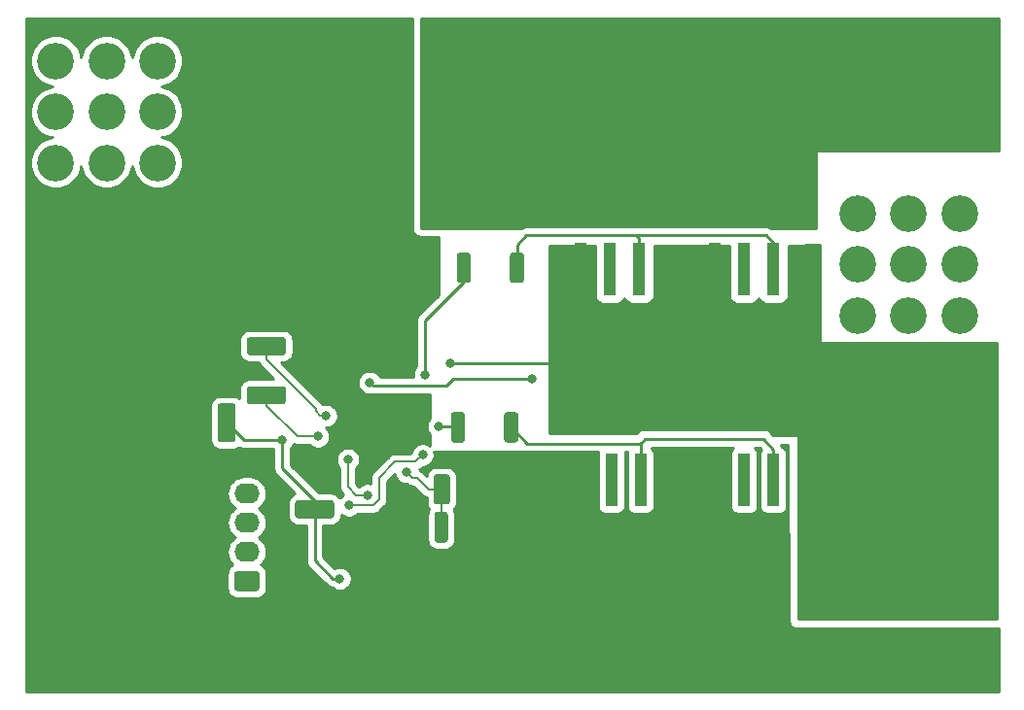
<source format=gbl>
G04 #@! TF.GenerationSoftware,KiCad,Pcbnew,(5.1.10)-1*
G04 #@! TF.CreationDate,2021-06-12T15:14:09-04:00*
G04 #@! TF.ProjectId,Motor Controller 2020,4d6f746f-7220-4436-9f6e-74726f6c6c65,rev?*
G04 #@! TF.SameCoordinates,Original*
G04 #@! TF.FileFunction,Copper,L2,Bot*
G04 #@! TF.FilePolarity,Positive*
%FSLAX46Y46*%
G04 Gerber Fmt 4.6, Leading zero omitted, Abs format (unit mm)*
G04 Created by KiCad (PCBNEW (5.1.10)-1) date 2021-06-12 15:14:09*
%MOMM*%
%LPD*%
G01*
G04 APERTURE LIST*
G04 #@! TA.AperFunction,ComponentPad*
%ADD10C,3.200000*%
G04 #@! TD*
G04 #@! TA.AperFunction,ComponentPad*
%ADD11O,2.190000X1.740000*%
G04 #@! TD*
G04 #@! TA.AperFunction,SMDPad,CuDef*
%ADD12R,10.800000X9.400000*%
G04 #@! TD*
G04 #@! TA.AperFunction,SMDPad,CuDef*
%ADD13R,1.100000X4.600000*%
G04 #@! TD*
G04 #@! TA.AperFunction,ComponentPad*
%ADD14C,0.500000*%
G04 #@! TD*
G04 #@! TA.AperFunction,SMDPad,CuDef*
%ADD15R,2.600000X2.600000*%
G04 #@! TD*
G04 #@! TA.AperFunction,SMDPad,CuDef*
%ADD16R,1.700000X1.700000*%
G04 #@! TD*
G04 #@! TA.AperFunction,ViaPad*
%ADD17C,0.800000*%
G04 #@! TD*
G04 #@! TA.AperFunction,Conductor*
%ADD18C,0.250000*%
G04 #@! TD*
G04 #@! TA.AperFunction,Conductor*
%ADD19C,0.200000*%
G04 #@! TD*
G04 #@! TA.AperFunction,Conductor*
%ADD20C,0.254000*%
G04 #@! TD*
G04 #@! TA.AperFunction,Conductor*
%ADD21C,0.150000*%
G04 #@! TD*
G04 APERTURE END LIST*
D10*
X166200000Y-65000000D03*
X166200000Y-69435000D03*
X170635000Y-65000000D03*
X166200000Y-60565000D03*
X161765000Y-65000000D03*
X161765000Y-69435000D03*
X161765000Y-60565000D03*
X170635000Y-60565000D03*
X170635000Y-69435000D03*
G04 #@! TA.AperFunction,SMDPad,CuDef*
G36*
G01*
X132225000Y-78124999D02*
X132225000Y-80275001D01*
G75*
G02*
X131975001Y-80525000I-249999J0D01*
G01*
X131249999Y-80525000D01*
G75*
G02*
X131000000Y-80275001I0J249999D01*
G01*
X131000000Y-78124999D01*
G75*
G02*
X131249999Y-77875000I249999J0D01*
G01*
X131975001Y-77875000D01*
G75*
G02*
X132225000Y-78124999I0J-249999D01*
G01*
G37*
G04 #@! TD.AperFunction*
G04 #@! TA.AperFunction,SMDPad,CuDef*
G36*
G01*
X127600000Y-78124999D02*
X127600000Y-80275001D01*
G75*
G02*
X127350001Y-80525000I-249999J0D01*
G01*
X126624999Y-80525000D01*
G75*
G02*
X126375000Y-80275001I0J249999D01*
G01*
X126375000Y-78124999D01*
G75*
G02*
X126624999Y-77875000I249999J0D01*
G01*
X127350001Y-77875000D01*
G75*
G02*
X127600000Y-78124999I0J-249999D01*
G01*
G37*
G04 #@! TD.AperFunction*
G04 #@! TA.AperFunction,ComponentPad*
G36*
G01*
X109445001Y-93470000D02*
X107754999Y-93470000D01*
G75*
G02*
X107505000Y-93220001I0J249999D01*
G01*
X107505000Y-91979999D01*
G75*
G02*
X107754999Y-91730000I249999J0D01*
G01*
X109445001Y-91730000D01*
G75*
G02*
X109695000Y-91979999I0J-249999D01*
G01*
X109695000Y-93220001D01*
G75*
G02*
X109445001Y-93470000I-249999J0D01*
G01*
G37*
G04 #@! TD.AperFunction*
D11*
X108600000Y-90060000D03*
X108600000Y-87520000D03*
X108600000Y-84980000D03*
X108600000Y-82440000D03*
G04 #@! TA.AperFunction,SMDPad,CuDef*
G36*
G01*
X107625000Y-77349998D02*
X107625000Y-80250002D01*
G75*
G02*
X107375002Y-80500000I-249998J0D01*
G01*
X106299998Y-80500000D01*
G75*
G02*
X106050000Y-80250002I0J249998D01*
G01*
X106050000Y-77349998D01*
G75*
G02*
X106299998Y-77100000I249998J0D01*
G01*
X107375002Y-77100000D01*
G75*
G02*
X107625000Y-77349998I0J-249998D01*
G01*
G37*
G04 #@! TD.AperFunction*
G04 #@! TA.AperFunction,SMDPad,CuDef*
G36*
G01*
X103350000Y-77349998D02*
X103350000Y-80250002D01*
G75*
G02*
X103100002Y-80500000I-249998J0D01*
G01*
X102024998Y-80500000D01*
G75*
G02*
X101775000Y-80250002I0J249998D01*
G01*
X101775000Y-77349998D01*
G75*
G02*
X102024998Y-77100000I249998J0D01*
G01*
X103100002Y-77100000D01*
G75*
G02*
X103350000Y-77349998I0J-249998D01*
G01*
G37*
G04 #@! TD.AperFunction*
G04 #@! TA.AperFunction,SMDPad,CuDef*
G36*
G01*
X113049998Y-81275000D02*
X115950002Y-81275000D01*
G75*
G02*
X116200000Y-81524998I0J-249998D01*
G01*
X116200000Y-82600002D01*
G75*
G02*
X115950002Y-82850000I-249998J0D01*
G01*
X113049998Y-82850000D01*
G75*
G02*
X112800000Y-82600002I0J249998D01*
G01*
X112800000Y-81524998D01*
G75*
G02*
X113049998Y-81275000I249998J0D01*
G01*
G37*
G04 #@! TD.AperFunction*
G04 #@! TA.AperFunction,SMDPad,CuDef*
G36*
G01*
X113049998Y-85550000D02*
X115950002Y-85550000D01*
G75*
G02*
X116200000Y-85799998I0J-249998D01*
G01*
X116200000Y-86875002D01*
G75*
G02*
X115950002Y-87125000I-249998J0D01*
G01*
X113049998Y-87125000D01*
G75*
G02*
X112800000Y-86875002I0J249998D01*
G01*
X112800000Y-85799998D01*
G75*
G02*
X113049998Y-85550000I249998J0D01*
G01*
G37*
G04 #@! TD.AperFunction*
D10*
X100828000Y-56135000D03*
X100828000Y-47265000D03*
X91958000Y-47265000D03*
X91958000Y-56135000D03*
X91958000Y-51700000D03*
X96393000Y-47265000D03*
X100828000Y-51700000D03*
X96393000Y-56135000D03*
X96393000Y-51700000D03*
X96400000Y-94100000D03*
X96400000Y-98535000D03*
X100835000Y-94100000D03*
X96400000Y-89665000D03*
X91965000Y-94100000D03*
X91965000Y-98535000D03*
X91965000Y-89665000D03*
X100835000Y-89665000D03*
X100835000Y-98535000D03*
X170635000Y-92135000D03*
X170635000Y-83265000D03*
X161765000Y-83265000D03*
X161765000Y-92135000D03*
X161765000Y-87700000D03*
X166200000Y-83265000D03*
X170635000Y-87700000D03*
X166200000Y-92135000D03*
X166200000Y-87700000D03*
D12*
X151892000Y-74653000D03*
D13*
X149352000Y-83803000D03*
X151892000Y-83803000D03*
X154432000Y-83803000D03*
X142748000Y-65376000D03*
X140208000Y-65376000D03*
X137668000Y-65376000D03*
D12*
X140208000Y-56226000D03*
D13*
X142875000Y-83791000D03*
X140335000Y-83791000D03*
X137795000Y-83791000D03*
D12*
X140335000Y-74641000D03*
D13*
X154432000Y-65376000D03*
X151892000Y-65376000D03*
X149352000Y-65376000D03*
D12*
X151892000Y-56226000D03*
G04 #@! TA.AperFunction,SMDPad,CuDef*
G36*
G01*
X152950000Y-91674999D02*
X152950000Y-94525001D01*
G75*
G02*
X152700001Y-94775000I-249999J0D01*
G01*
X151974999Y-94775000D01*
G75*
G02*
X151725000Y-94525001I0J249999D01*
G01*
X151725000Y-91674999D01*
G75*
G02*
X151974999Y-91425000I249999J0D01*
G01*
X152700001Y-91425000D01*
G75*
G02*
X152950000Y-91674999I0J-249999D01*
G01*
G37*
G04 #@! TD.AperFunction*
G04 #@! TA.AperFunction,SMDPad,CuDef*
G36*
G01*
X158875000Y-91674999D02*
X158875000Y-94525001D01*
G75*
G02*
X158625001Y-94775000I-249999J0D01*
G01*
X157899999Y-94775000D01*
G75*
G02*
X157650000Y-94525001I0J249999D01*
G01*
X157650000Y-91674999D01*
G75*
G02*
X157899999Y-91425000I249999J0D01*
G01*
X158625001Y-91425000D01*
G75*
G02*
X158875000Y-91674999I0J-249999D01*
G01*
G37*
G04 #@! TD.AperFunction*
G04 #@! TA.AperFunction,SMDPad,CuDef*
G36*
G01*
X128100000Y-64224999D02*
X128100000Y-66375001D01*
G75*
G02*
X127850001Y-66625000I-249999J0D01*
G01*
X127124999Y-66625000D01*
G75*
G02*
X126875000Y-66375001I0J249999D01*
G01*
X126875000Y-64224999D01*
G75*
G02*
X127124999Y-63975000I249999J0D01*
G01*
X127850001Y-63975000D01*
G75*
G02*
X128100000Y-64224999I0J-249999D01*
G01*
G37*
G04 #@! TD.AperFunction*
G04 #@! TA.AperFunction,SMDPad,CuDef*
G36*
G01*
X132725000Y-64224999D02*
X132725000Y-66375001D01*
G75*
G02*
X132475001Y-66625000I-249999J0D01*
G01*
X131749999Y-66625000D01*
G75*
G02*
X131500000Y-66375001I0J249999D01*
G01*
X131500000Y-64224999D01*
G75*
G02*
X131749999Y-63975000I249999J0D01*
G01*
X132475001Y-63975000D01*
G75*
G02*
X132725000Y-64224999I0J-249999D01*
G01*
G37*
G04 #@! TD.AperFunction*
G04 #@! TA.AperFunction,SMDPad,CuDef*
G36*
G01*
X111750002Y-77187500D02*
X108849998Y-77187500D01*
G75*
G02*
X108600000Y-76937502I0J249998D01*
G01*
X108600000Y-75862498D01*
G75*
G02*
X108849998Y-75612500I249998J0D01*
G01*
X111750002Y-75612500D01*
G75*
G02*
X112000000Y-75862498I0J-249998D01*
G01*
X112000000Y-76937502D01*
G75*
G02*
X111750002Y-77187500I-249998J0D01*
G01*
G37*
G04 #@! TD.AperFunction*
G04 #@! TA.AperFunction,SMDPad,CuDef*
G36*
G01*
X111750002Y-72912500D02*
X108849998Y-72912500D01*
G75*
G02*
X108600000Y-72662502I0J249998D01*
G01*
X108600000Y-71587498D01*
G75*
G02*
X108849998Y-71337500I249998J0D01*
G01*
X111750002Y-71337500D01*
G75*
G02*
X112000000Y-71587498I0J-249998D01*
G01*
X112000000Y-72662502D01*
G75*
G02*
X111750002Y-72912500I-249998J0D01*
G01*
G37*
G04 #@! TD.AperFunction*
D14*
X121250000Y-80650000D03*
X119150000Y-80650000D03*
X121250000Y-78550000D03*
X119150000Y-78550000D03*
D15*
X120200000Y-79600000D03*
D14*
X117821000Y-89500000D03*
X116621000Y-89500000D03*
X117821000Y-88300000D03*
X116621000Y-88300000D03*
D16*
X117221000Y-88900000D03*
G04 #@! TA.AperFunction,SMDPad,CuDef*
G36*
G01*
X124950000Y-89000001D02*
X124950000Y-86799999D01*
G75*
G02*
X125199999Y-86550000I249999J0D01*
G01*
X125850001Y-86550000D01*
G75*
G02*
X126100000Y-86799999I0J-249999D01*
G01*
X126100000Y-89000001D01*
G75*
G02*
X125850001Y-89250000I-249999J0D01*
G01*
X125199999Y-89250000D01*
G75*
G02*
X124950000Y-89000001I0J249999D01*
G01*
G37*
G04 #@! TD.AperFunction*
G04 #@! TA.AperFunction,SMDPad,CuDef*
G36*
G01*
X127900000Y-89000001D02*
X127900000Y-86799999D01*
G75*
G02*
X128149999Y-86550000I249999J0D01*
G01*
X128800001Y-86550000D01*
G75*
G02*
X129050000Y-86799999I0J-249999D01*
G01*
X129050000Y-89000001D01*
G75*
G02*
X128800001Y-89250000I-249999J0D01*
G01*
X128149999Y-89250000D01*
G75*
G02*
X127900000Y-89000001I0J249999D01*
G01*
G37*
G04 #@! TD.AperFunction*
G04 #@! TA.AperFunction,SMDPad,CuDef*
G36*
G01*
X131075001Y-83530000D02*
X131075001Y-85680002D01*
G75*
G02*
X130825002Y-85930001I-249999J0D01*
G01*
X129925000Y-85930001D01*
G75*
G02*
X129675001Y-85680002I0J249999D01*
G01*
X129675001Y-83530000D01*
G75*
G02*
X129925000Y-83280001I249999J0D01*
G01*
X130825002Y-83280001D01*
G75*
G02*
X131075001Y-83530000I0J-249999D01*
G01*
G37*
G04 #@! TD.AperFunction*
G04 #@! TA.AperFunction,SMDPad,CuDef*
G36*
G01*
X126275001Y-83530000D02*
X126275001Y-85680002D01*
G75*
G02*
X126025002Y-85930001I-249999J0D01*
G01*
X125125000Y-85930001D01*
G75*
G02*
X124875001Y-85680002I0J249999D01*
G01*
X124875001Y-83530000D01*
G75*
G02*
X125125000Y-83280001I249999J0D01*
G01*
X126025002Y-83280001D01*
G75*
G02*
X126275001Y-83530000I0J-249999D01*
G01*
G37*
G04 #@! TD.AperFunction*
D17*
X91059000Y-77470000D03*
X92329000Y-77470000D03*
X93599000Y-77470000D03*
X94869000Y-77470000D03*
X96139000Y-77470000D03*
X97409000Y-77470000D03*
X98679000Y-77470000D03*
X99949000Y-77470000D03*
X91059000Y-78740000D03*
X92329000Y-78740000D03*
X93599000Y-78740000D03*
X94869000Y-78740000D03*
X96139000Y-78740000D03*
X97409000Y-78740000D03*
X98679000Y-78740000D03*
X99949000Y-78740000D03*
X91059000Y-80010000D03*
X92329000Y-80010000D03*
X93599000Y-80010000D03*
X94869000Y-80010000D03*
X96139000Y-80010000D03*
X97409000Y-80010000D03*
X98679000Y-80010000D03*
X99949000Y-80010000D03*
X91059000Y-81280000D03*
X92329000Y-81280000D03*
X93599000Y-81280000D03*
X94869000Y-81280000D03*
X96139000Y-81280000D03*
X97409000Y-81280000D03*
X98679000Y-81280000D03*
X99949000Y-81280000D03*
X91059000Y-82550000D03*
X92329000Y-82550000D03*
X93599000Y-82550000D03*
X94869000Y-82550000D03*
X96139000Y-82550000D03*
X97409000Y-82550000D03*
X98679000Y-82550000D03*
X99949000Y-82550000D03*
X91059000Y-83820000D03*
X92329000Y-83820000D03*
X93599000Y-83820000D03*
X94869000Y-83820000D03*
X96139000Y-83820000D03*
X97409000Y-83820000D03*
X98679000Y-83820000D03*
X99949000Y-83820000D03*
X91059000Y-85090000D03*
X92329000Y-85090000D03*
X93599000Y-85090000D03*
X94869000Y-85090000D03*
X96139000Y-85090000D03*
X97409000Y-85090000D03*
X98679000Y-85090000D03*
X99949000Y-85090000D03*
X91059000Y-86360000D03*
X92329000Y-86360000D03*
X93599000Y-86360000D03*
X94869000Y-86360000D03*
X96139000Y-86360000D03*
X97409000Y-86360000D03*
X98679000Y-86360000D03*
X99949000Y-86360000D03*
X124560000Y-51335000D03*
X125830000Y-51335000D03*
X127100000Y-51335000D03*
X128370000Y-51335000D03*
X129640000Y-51335000D03*
X130910000Y-51335000D03*
X132180000Y-51335000D03*
X133450000Y-51335000D03*
X124560000Y-52605000D03*
X125830000Y-52605000D03*
X127100000Y-52605000D03*
X128370000Y-52605000D03*
X129640000Y-52605000D03*
X130910000Y-52605000D03*
X132180000Y-52605000D03*
X133450000Y-52605000D03*
X124560000Y-53875000D03*
X125830000Y-53875000D03*
X127100000Y-53875000D03*
X128370000Y-53875000D03*
X129640000Y-53875000D03*
X130910000Y-53875000D03*
X132180000Y-53875000D03*
X133450000Y-53875000D03*
X124560000Y-55145000D03*
X125830000Y-55145000D03*
X127100000Y-55145000D03*
X128370000Y-55145000D03*
X129640000Y-55145000D03*
X130910000Y-55145000D03*
X132180000Y-55145000D03*
X133450000Y-55145000D03*
X124560000Y-56415000D03*
X125830000Y-56415000D03*
X127100000Y-56415000D03*
X128370000Y-56415000D03*
X129640000Y-56415000D03*
X130910000Y-56415000D03*
X132180000Y-56415000D03*
X124560000Y-57685000D03*
X125830000Y-57685000D03*
X127100000Y-57685000D03*
X128370000Y-57685000D03*
X129640000Y-57685000D03*
X130910000Y-57685000D03*
X132180000Y-57685000D03*
X133450000Y-57685000D03*
X124560000Y-58955000D03*
X125830000Y-58955000D03*
X127100000Y-58955000D03*
X128370000Y-58955000D03*
X129640000Y-58955000D03*
X130910000Y-58955000D03*
X132180000Y-58955000D03*
X133450000Y-58955000D03*
X124560000Y-60225000D03*
X125830000Y-60225000D03*
X127100000Y-60225000D03*
X128370000Y-60225000D03*
X129640000Y-60225000D03*
X130910000Y-60225000D03*
X132180000Y-60225000D03*
X133450000Y-60225000D03*
X133450000Y-56415000D03*
X116700000Y-92400000D03*
X111700000Y-80300000D03*
X133400000Y-75000000D03*
X119300000Y-75300000D03*
X126300000Y-73600000D03*
X124100000Y-74600000D03*
X125300000Y-79100000D03*
X114800000Y-80000000D03*
X115500000Y-78200000D03*
X119100000Y-85100000D03*
X117400000Y-82000000D03*
X123900000Y-81600000D03*
X117500000Y-86000000D03*
X122500000Y-83100000D03*
D18*
X108337500Y-80300000D02*
X106837500Y-78800000D01*
X111700000Y-80300000D02*
X108337500Y-80300000D01*
X111700000Y-80300000D02*
X111700000Y-82800000D01*
X114500000Y-85600000D02*
X114500000Y-86337500D01*
X111700000Y-82800000D02*
X114500000Y-85600000D01*
X114500000Y-86337500D02*
X114500000Y-90800000D01*
X116100000Y-92400000D02*
X116700000Y-92400000D01*
X114500000Y-90800000D02*
X116100000Y-92400000D01*
X119300000Y-75300000D02*
X119600000Y-75600000D01*
X119600000Y-75600000D02*
X126000000Y-75600000D01*
X126600000Y-75000000D02*
X129200000Y-75000000D01*
X126000000Y-75600000D02*
X126600000Y-75000000D01*
X129200000Y-75000000D02*
X129100000Y-75000000D01*
X133400000Y-75000000D02*
X129200000Y-75000000D01*
X138476000Y-76500000D02*
X140335000Y-74641000D01*
X139294000Y-73600000D02*
X140335000Y-74641000D01*
X126300000Y-73600000D02*
X139294000Y-73600000D01*
X127487500Y-66512500D02*
X127487500Y-65300000D01*
X124100000Y-69900000D02*
X127487500Y-66512500D01*
X124100000Y-74600000D02*
X124100000Y-69900000D01*
X126887500Y-79100000D02*
X126987500Y-79200000D01*
X125300000Y-79100000D02*
X126887500Y-79100000D01*
X154559000Y-83930000D02*
X154432000Y-83803000D01*
X154432000Y-81118000D02*
X154432000Y-83803000D01*
X153543000Y-80229000D02*
X154432000Y-81118000D01*
X143256000Y-80229000D02*
X153543000Y-80229000D01*
X142875000Y-80610000D02*
X143256000Y-80229000D01*
X142875000Y-80775000D02*
X142875000Y-80575000D01*
X142875000Y-83791000D02*
X142875000Y-80775000D01*
X142875000Y-80775000D02*
X142875000Y-80610000D01*
X142875000Y-80575000D02*
X142850000Y-80600000D01*
X133012500Y-80600000D02*
X131612500Y-79200000D01*
X142850000Y-80600000D02*
X133012500Y-80600000D01*
X153797000Y-62449000D02*
X154432000Y-63084000D01*
X154432000Y-63084000D02*
X154432000Y-65376000D01*
X142748000Y-62703000D02*
X142494000Y-62449000D01*
X142748000Y-65376000D02*
X142748000Y-62703000D01*
X132112500Y-65300000D02*
X132112500Y-63287500D01*
X132112500Y-63287500D02*
X132951000Y-62449000D01*
X132951000Y-62449000D02*
X142751000Y-62449000D01*
X142751000Y-62449000D02*
X153797000Y-62449000D01*
X142494000Y-62449000D02*
X142751000Y-62449000D01*
D19*
X110300000Y-77300000D02*
X110300000Y-76400000D01*
X113000000Y-80000000D02*
X110300000Y-77300000D01*
X114800000Y-80000000D02*
X113000000Y-80000000D01*
X110300000Y-73300000D02*
X110300000Y-72125000D01*
X114600000Y-77600000D02*
X110300000Y-73300000D01*
X115500000Y-78200000D02*
X115000000Y-78200000D01*
X114600000Y-77800000D02*
X114600000Y-77600000D01*
X115000000Y-78200000D02*
X114600000Y-77800000D01*
X119100000Y-85100000D02*
X118100000Y-85100000D01*
X117400000Y-84400000D02*
X117400000Y-82000000D01*
X118100000Y-85100000D02*
X117400000Y-84400000D01*
D18*
X124000000Y-81700000D02*
X123900000Y-81600000D01*
D19*
X119600000Y-86000000D02*
X120100000Y-85500000D01*
X120100000Y-85500000D02*
X120100000Y-83600000D01*
X120100000Y-83600000D02*
X121500000Y-82200000D01*
X121500000Y-82200000D02*
X123300000Y-82200000D01*
X123300000Y-82200000D02*
X123900000Y-81600000D01*
X117500000Y-86000000D02*
X118200000Y-86000000D01*
X118200000Y-86000000D02*
X119600000Y-86000000D01*
X118100000Y-86000000D02*
X118200000Y-86000000D01*
X125400000Y-84780002D02*
X125575001Y-84605001D01*
X125525000Y-84655002D02*
X125575001Y-84605001D01*
X125525000Y-87900000D02*
X125525000Y-84655002D01*
X125575001Y-84605001D02*
X124405001Y-84605001D01*
X124405001Y-84605001D02*
X123400000Y-83600000D01*
X123000000Y-83600000D02*
X122500000Y-83100000D01*
X123400000Y-83600000D02*
X123000000Y-83600000D01*
D20*
X158473000Y-71700000D02*
X158475440Y-71724776D01*
X158482667Y-71748601D01*
X158494403Y-71770557D01*
X158510197Y-71789803D01*
X158529443Y-71805597D01*
X158551399Y-71817333D01*
X158575224Y-71824560D01*
X158600000Y-71827000D01*
X173913001Y-71827000D01*
X173913000Y-95873000D01*
X156650620Y-95873000D01*
X156602999Y-79974620D01*
X156600485Y-79949851D01*
X156593187Y-79926048D01*
X156581385Y-79904127D01*
X156565533Y-79884929D01*
X156546241Y-79869192D01*
X156524249Y-79857522D01*
X156500403Y-79850367D01*
X156476000Y-79848000D01*
X154416408Y-79848000D01*
X154201013Y-79632605D01*
X154173238Y-79598762D01*
X154038175Y-79487919D01*
X153884082Y-79405554D01*
X153716882Y-79354835D01*
X153586567Y-79342000D01*
X153543000Y-79337709D01*
X153499433Y-79342000D01*
X143299556Y-79342000D01*
X143255999Y-79337710D01*
X143212442Y-79342000D01*
X143212433Y-79342000D01*
X143082118Y-79354835D01*
X142914918Y-79405554D01*
X142760825Y-79487919D01*
X142625762Y-79598762D01*
X142597983Y-79632611D01*
X142517594Y-79713000D01*
X134927000Y-79713000D01*
X134927000Y-63337941D01*
X138892314Y-63336108D01*
X138892314Y-67676000D01*
X138907026Y-67825378D01*
X138950598Y-67969015D01*
X139021355Y-68101392D01*
X139116578Y-68217422D01*
X139232608Y-68312645D01*
X139364985Y-68383402D01*
X139508622Y-68426974D01*
X139658000Y-68441686D01*
X140758000Y-68441686D01*
X140907378Y-68426974D01*
X141051015Y-68383402D01*
X141183392Y-68312645D01*
X141299422Y-68217422D01*
X141394645Y-68101392D01*
X141465402Y-67969015D01*
X141478000Y-67927485D01*
X141490598Y-67969015D01*
X141561355Y-68101392D01*
X141656578Y-68217422D01*
X141772608Y-68312645D01*
X141904985Y-68383402D01*
X142048622Y-68426974D01*
X142198000Y-68441686D01*
X143298000Y-68441686D01*
X143447378Y-68426974D01*
X143591015Y-68383402D01*
X143723392Y-68312645D01*
X143839422Y-68217422D01*
X143934645Y-68101392D01*
X144005402Y-67969015D01*
X144048974Y-67825378D01*
X144063686Y-67676000D01*
X144063686Y-63336000D01*
X150576314Y-63336000D01*
X150576314Y-67676000D01*
X150591026Y-67825378D01*
X150634598Y-67969015D01*
X150705355Y-68101392D01*
X150800578Y-68217422D01*
X150916608Y-68312645D01*
X151048985Y-68383402D01*
X151192622Y-68426974D01*
X151342000Y-68441686D01*
X152442000Y-68441686D01*
X152591378Y-68426974D01*
X152735015Y-68383402D01*
X152867392Y-68312645D01*
X152983422Y-68217422D01*
X153078645Y-68101392D01*
X153149402Y-67969015D01*
X153162000Y-67927485D01*
X153174598Y-67969015D01*
X153245355Y-68101392D01*
X153340578Y-68217422D01*
X153456608Y-68312645D01*
X153588985Y-68383402D01*
X153732622Y-68426974D01*
X153882000Y-68441686D01*
X154982000Y-68441686D01*
X155131378Y-68426974D01*
X155275015Y-68383402D01*
X155407392Y-68312645D01*
X155523422Y-68217422D01*
X155618645Y-68101392D01*
X155689402Y-67969015D01*
X155732974Y-67825378D01*
X155747686Y-67676000D01*
X155747686Y-63328319D01*
X158473000Y-63327059D01*
X158473000Y-71700000D01*
G04 #@! TA.AperFunction,Conductor*
D21*
G36*
X158473000Y-71700000D02*
G01*
X158475440Y-71724776D01*
X158482667Y-71748601D01*
X158494403Y-71770557D01*
X158510197Y-71789803D01*
X158529443Y-71805597D01*
X158551399Y-71817333D01*
X158575224Y-71824560D01*
X158600000Y-71827000D01*
X173913001Y-71827000D01*
X173913000Y-95873000D01*
X156650620Y-95873000D01*
X156602999Y-79974620D01*
X156600485Y-79949851D01*
X156593187Y-79926048D01*
X156581385Y-79904127D01*
X156565533Y-79884929D01*
X156546241Y-79869192D01*
X156524249Y-79857522D01*
X156500403Y-79850367D01*
X156476000Y-79848000D01*
X154416408Y-79848000D01*
X154201013Y-79632605D01*
X154173238Y-79598762D01*
X154038175Y-79487919D01*
X153884082Y-79405554D01*
X153716882Y-79354835D01*
X153586567Y-79342000D01*
X153543000Y-79337709D01*
X153499433Y-79342000D01*
X143299556Y-79342000D01*
X143255999Y-79337710D01*
X143212442Y-79342000D01*
X143212433Y-79342000D01*
X143082118Y-79354835D01*
X142914918Y-79405554D01*
X142760825Y-79487919D01*
X142625762Y-79598762D01*
X142597983Y-79632611D01*
X142517594Y-79713000D01*
X134927000Y-79713000D01*
X134927000Y-63337941D01*
X138892314Y-63336108D01*
X138892314Y-67676000D01*
X138907026Y-67825378D01*
X138950598Y-67969015D01*
X139021355Y-68101392D01*
X139116578Y-68217422D01*
X139232608Y-68312645D01*
X139364985Y-68383402D01*
X139508622Y-68426974D01*
X139658000Y-68441686D01*
X140758000Y-68441686D01*
X140907378Y-68426974D01*
X141051015Y-68383402D01*
X141183392Y-68312645D01*
X141299422Y-68217422D01*
X141394645Y-68101392D01*
X141465402Y-67969015D01*
X141478000Y-67927485D01*
X141490598Y-67969015D01*
X141561355Y-68101392D01*
X141656578Y-68217422D01*
X141772608Y-68312645D01*
X141904985Y-68383402D01*
X142048622Y-68426974D01*
X142198000Y-68441686D01*
X143298000Y-68441686D01*
X143447378Y-68426974D01*
X143591015Y-68383402D01*
X143723392Y-68312645D01*
X143839422Y-68217422D01*
X143934645Y-68101392D01*
X144005402Y-67969015D01*
X144048974Y-67825378D01*
X144063686Y-67676000D01*
X144063686Y-63336000D01*
X150576314Y-63336000D01*
X150576314Y-67676000D01*
X150591026Y-67825378D01*
X150634598Y-67969015D01*
X150705355Y-68101392D01*
X150800578Y-68217422D01*
X150916608Y-68312645D01*
X151048985Y-68383402D01*
X151192622Y-68426974D01*
X151342000Y-68441686D01*
X152442000Y-68441686D01*
X152591378Y-68426974D01*
X152735015Y-68383402D01*
X152867392Y-68312645D01*
X152983422Y-68217422D01*
X153078645Y-68101392D01*
X153149402Y-67969015D01*
X153162000Y-67927485D01*
X153174598Y-67969015D01*
X153245355Y-68101392D01*
X153340578Y-68217422D01*
X153456608Y-68312645D01*
X153588985Y-68383402D01*
X153732622Y-68426974D01*
X153882000Y-68441686D01*
X154982000Y-68441686D01*
X155131378Y-68426974D01*
X155275015Y-68383402D01*
X155407392Y-68312645D01*
X155523422Y-68217422D01*
X155618645Y-68101392D01*
X155689402Y-67969015D01*
X155732974Y-67825378D01*
X155747686Y-67676000D01*
X155747686Y-63328319D01*
X158473000Y-63327059D01*
X158473000Y-71700000D01*
G37*
G04 #@! TD.AperFunction*
D20*
X123009001Y-61940056D02*
X123021201Y-62064882D01*
X123057336Y-62184004D01*
X123116017Y-62293787D01*
X123194987Y-62390013D01*
X123291213Y-62468983D01*
X123400996Y-62527664D01*
X123520118Y-62563799D01*
X123644000Y-62576000D01*
X125273000Y-62576000D01*
X125273000Y-67652198D01*
X123588998Y-69336201D01*
X123560000Y-69359999D01*
X123536202Y-69388997D01*
X123536201Y-69388998D01*
X123465026Y-69475724D01*
X123394454Y-69607754D01*
X123350998Y-69751015D01*
X123336324Y-69900000D01*
X123340001Y-69937332D01*
X123340000Y-73896289D01*
X123296063Y-73940226D01*
X123182795Y-74109744D01*
X123104774Y-74298102D01*
X123065000Y-74498061D01*
X123065000Y-74701939D01*
X123092462Y-74840000D01*
X120229738Y-74840000D01*
X120217205Y-74809744D01*
X120103937Y-74640226D01*
X119959774Y-74496063D01*
X119790256Y-74382795D01*
X119601898Y-74304774D01*
X119401939Y-74265000D01*
X119198061Y-74265000D01*
X118998102Y-74304774D01*
X118809744Y-74382795D01*
X118640226Y-74496063D01*
X118496063Y-74640226D01*
X118382795Y-74809744D01*
X118304774Y-74998102D01*
X118265000Y-75198061D01*
X118265000Y-75401939D01*
X118304774Y-75601898D01*
X118382795Y-75790256D01*
X118496063Y-75959774D01*
X118640226Y-76103937D01*
X118809744Y-76217205D01*
X118998102Y-76295226D01*
X119198061Y-76335000D01*
X119401939Y-76335000D01*
X119403698Y-76334650D01*
X119451014Y-76349003D01*
X119562667Y-76360000D01*
X119562676Y-76360000D01*
X119599999Y-76363676D01*
X119637322Y-76360000D01*
X124573000Y-76360000D01*
X124573000Y-78363289D01*
X124496063Y-78440226D01*
X124382795Y-78609744D01*
X124304774Y-78798102D01*
X124265000Y-78998061D01*
X124265000Y-79201939D01*
X124304774Y-79401898D01*
X124382795Y-79590256D01*
X124496063Y-79759774D01*
X124573000Y-79836711D01*
X124573000Y-80809289D01*
X124559774Y-80796063D01*
X124390256Y-80682795D01*
X124201898Y-80604774D01*
X124001939Y-80565000D01*
X123798061Y-80565000D01*
X123598102Y-80604774D01*
X123409744Y-80682795D01*
X123240226Y-80796063D01*
X123096063Y-80940226D01*
X122982795Y-81109744D01*
X122904774Y-81298102D01*
X122871576Y-81465000D01*
X121536105Y-81465000D01*
X121500000Y-81461444D01*
X121355914Y-81475635D01*
X121313886Y-81488384D01*
X121217367Y-81517663D01*
X121089680Y-81585913D01*
X120977762Y-81677762D01*
X120954746Y-81705807D01*
X119605808Y-83054746D01*
X119577763Y-83077762D01*
X119485914Y-83189680D01*
X119467422Y-83224276D01*
X119417664Y-83317367D01*
X119375635Y-83455915D01*
X119361444Y-83600000D01*
X119365001Y-83636115D01*
X119365001Y-84097435D01*
X119201939Y-84065000D01*
X118998061Y-84065000D01*
X118798102Y-84104774D01*
X118609744Y-84182795D01*
X118440226Y-84296063D01*
X118387868Y-84348421D01*
X118135000Y-84095554D01*
X118135000Y-82728711D01*
X118203937Y-82659774D01*
X118317205Y-82490256D01*
X118395226Y-82301898D01*
X118435000Y-82101939D01*
X118435000Y-81898061D01*
X118395226Y-81698102D01*
X118317205Y-81509744D01*
X118203937Y-81340226D01*
X118059774Y-81196063D01*
X117890256Y-81082795D01*
X117701898Y-81004774D01*
X117501939Y-80965000D01*
X117298061Y-80965000D01*
X117098102Y-81004774D01*
X116909744Y-81082795D01*
X116740226Y-81196063D01*
X116596063Y-81340226D01*
X116482795Y-81509744D01*
X116404774Y-81698102D01*
X116365000Y-81898061D01*
X116365000Y-82101939D01*
X116404774Y-82301898D01*
X116482795Y-82490256D01*
X116596063Y-82659774D01*
X116665001Y-82728712D01*
X116665000Y-84363895D01*
X116661444Y-84400000D01*
X116669906Y-84485913D01*
X116675635Y-84544084D01*
X116717663Y-84682632D01*
X116785913Y-84810319D01*
X116877762Y-84922237D01*
X116905808Y-84945254D01*
X117033506Y-85072952D01*
X117009744Y-85082795D01*
X116840226Y-85196063D01*
X116702781Y-85333508D01*
X116688405Y-85306613D01*
X116577962Y-85172038D01*
X116443387Y-85061595D01*
X116289852Y-84979528D01*
X116123256Y-84928992D01*
X115950002Y-84911928D01*
X114886730Y-84911928D01*
X112460000Y-82485199D01*
X112460000Y-81003711D01*
X112503937Y-80959774D01*
X112617205Y-80790256D01*
X112671960Y-80658067D01*
X112717366Y-80682337D01*
X112855915Y-80724365D01*
X113000000Y-80738556D01*
X113036105Y-80735000D01*
X114071289Y-80735000D01*
X114140226Y-80803937D01*
X114309744Y-80917205D01*
X114498102Y-80995226D01*
X114698061Y-81035000D01*
X114901939Y-81035000D01*
X115101898Y-80995226D01*
X115290256Y-80917205D01*
X115459774Y-80803937D01*
X115603937Y-80659774D01*
X115717205Y-80490256D01*
X115795226Y-80301898D01*
X115835000Y-80101939D01*
X115835000Y-79898061D01*
X115795226Y-79698102D01*
X115717205Y-79509744D01*
X115603937Y-79340226D01*
X115498711Y-79235000D01*
X115601939Y-79235000D01*
X115801898Y-79195226D01*
X115990256Y-79117205D01*
X116159774Y-79003937D01*
X116303937Y-78859774D01*
X116417205Y-78690256D01*
X116495226Y-78501898D01*
X116535000Y-78301939D01*
X116535000Y-78098061D01*
X116495226Y-77898102D01*
X116417205Y-77709744D01*
X116303937Y-77540226D01*
X116159774Y-77396063D01*
X115990256Y-77282795D01*
X115801898Y-77204774D01*
X115601939Y-77165000D01*
X115398061Y-77165000D01*
X115219843Y-77200449D01*
X115214087Y-77189680D01*
X115122238Y-77077762D01*
X115094193Y-77054746D01*
X111590018Y-73550572D01*
X111750002Y-73550572D01*
X111923256Y-73533508D01*
X112089852Y-73482972D01*
X112243387Y-73400905D01*
X112377962Y-73290462D01*
X112488405Y-73155887D01*
X112570472Y-73002352D01*
X112621008Y-72835756D01*
X112638072Y-72662502D01*
X112638072Y-71587498D01*
X112621008Y-71414244D01*
X112570472Y-71247648D01*
X112488405Y-71094113D01*
X112377962Y-70959538D01*
X112243387Y-70849095D01*
X112089852Y-70767028D01*
X111923256Y-70716492D01*
X111750002Y-70699428D01*
X108849998Y-70699428D01*
X108676744Y-70716492D01*
X108510148Y-70767028D01*
X108356613Y-70849095D01*
X108222038Y-70959538D01*
X108111595Y-71094113D01*
X108029528Y-71247648D01*
X107978992Y-71414244D01*
X107961928Y-71587498D01*
X107961928Y-72662502D01*
X107978992Y-72835756D01*
X108029528Y-73002352D01*
X108111595Y-73155887D01*
X108222038Y-73290462D01*
X108356613Y-73400905D01*
X108510148Y-73482972D01*
X108676744Y-73533508D01*
X108849998Y-73550572D01*
X109607938Y-73550572D01*
X109617663Y-73582632D01*
X109685913Y-73710319D01*
X109777762Y-73822237D01*
X109805808Y-73845254D01*
X110934982Y-74974428D01*
X108849998Y-74974428D01*
X108676744Y-74991492D01*
X108510148Y-75042028D01*
X108356613Y-75124095D01*
X108222038Y-75234538D01*
X108111595Y-75369113D01*
X108029528Y-75522648D01*
X107978992Y-75689244D01*
X107961928Y-75862498D01*
X107961928Y-76688362D01*
X107868387Y-76611595D01*
X107714852Y-76529528D01*
X107548256Y-76478992D01*
X107375002Y-76461928D01*
X106299998Y-76461928D01*
X106126744Y-76478992D01*
X105960148Y-76529528D01*
X105806613Y-76611595D01*
X105672038Y-76722038D01*
X105561595Y-76856613D01*
X105479528Y-77010148D01*
X105428992Y-77176744D01*
X105411928Y-77349998D01*
X105411928Y-80250002D01*
X105428992Y-80423256D01*
X105479528Y-80589852D01*
X105561595Y-80743387D01*
X105672038Y-80877962D01*
X105806613Y-80988405D01*
X105960148Y-81070472D01*
X106126744Y-81121008D01*
X106299998Y-81138072D01*
X107375002Y-81138072D01*
X107548256Y-81121008D01*
X107714852Y-81070472D01*
X107868387Y-80988405D01*
X107925498Y-80941535D01*
X108045253Y-81005546D01*
X108188514Y-81049003D01*
X108300167Y-81060000D01*
X108300176Y-81060000D01*
X108337499Y-81063676D01*
X108374822Y-81060000D01*
X110940000Y-81060000D01*
X110940001Y-82762668D01*
X110936324Y-82800000D01*
X110940001Y-82837333D01*
X110950998Y-82948986D01*
X110962200Y-82985914D01*
X110994454Y-83092246D01*
X111065026Y-83224276D01*
X111096806Y-83262999D01*
X111160000Y-83340001D01*
X111188998Y-83363799D01*
X112782714Y-84957516D01*
X112710148Y-84979528D01*
X112556613Y-85061595D01*
X112422038Y-85172038D01*
X112311595Y-85306613D01*
X112229528Y-85460148D01*
X112178992Y-85626744D01*
X112161928Y-85799998D01*
X112161928Y-86875002D01*
X112178992Y-87048256D01*
X112229528Y-87214852D01*
X112311595Y-87368387D01*
X112422038Y-87502962D01*
X112556613Y-87613405D01*
X112710148Y-87695472D01*
X112876744Y-87746008D01*
X113049998Y-87763072D01*
X113740000Y-87763072D01*
X113740001Y-90762668D01*
X113736324Y-90800000D01*
X113750998Y-90948985D01*
X113794454Y-91092246D01*
X113865026Y-91224276D01*
X113936201Y-91311002D01*
X113960000Y-91340001D01*
X113988998Y-91363799D01*
X115536201Y-92911003D01*
X115559999Y-92940001D01*
X115675724Y-93034974D01*
X115807753Y-93105546D01*
X115951014Y-93149003D01*
X115989037Y-93152748D01*
X116040226Y-93203937D01*
X116209744Y-93317205D01*
X116398102Y-93395226D01*
X116598061Y-93435000D01*
X116801939Y-93435000D01*
X117001898Y-93395226D01*
X117190256Y-93317205D01*
X117359774Y-93203937D01*
X117503937Y-93059774D01*
X117617205Y-92890256D01*
X117695226Y-92701898D01*
X117735000Y-92501939D01*
X117735000Y-92298061D01*
X117695226Y-92098102D01*
X117617205Y-91909744D01*
X117503937Y-91740226D01*
X117359774Y-91596063D01*
X117190256Y-91482795D01*
X117001898Y-91404774D01*
X116801939Y-91365000D01*
X116598061Y-91365000D01*
X116398102Y-91404774D01*
X116243581Y-91468779D01*
X115260000Y-90485199D01*
X115260000Y-87763072D01*
X115950002Y-87763072D01*
X116123256Y-87746008D01*
X116289852Y-87695472D01*
X116443387Y-87613405D01*
X116577962Y-87502962D01*
X116688405Y-87368387D01*
X116770472Y-87214852D01*
X116821008Y-87048256D01*
X116838072Y-86875002D01*
X116838072Y-86801783D01*
X116840226Y-86803937D01*
X117009744Y-86917205D01*
X117198102Y-86995226D01*
X117398061Y-87035000D01*
X117601939Y-87035000D01*
X117801898Y-86995226D01*
X117990256Y-86917205D01*
X118159774Y-86803937D01*
X118228711Y-86735000D01*
X119563895Y-86735000D01*
X119600000Y-86738556D01*
X119636105Y-86735000D01*
X119744085Y-86724365D01*
X119882633Y-86682337D01*
X120010320Y-86614087D01*
X120122238Y-86522238D01*
X120145258Y-86494188D01*
X120594197Y-86045250D01*
X120622237Y-86022238D01*
X120645250Y-85994197D01*
X120645253Y-85994194D01*
X120714087Y-85910320D01*
X120782336Y-85782634D01*
X120782337Y-85782633D01*
X120824365Y-85644085D01*
X120835000Y-85536105D01*
X120835000Y-85536104D01*
X120838556Y-85500000D01*
X120835000Y-85463895D01*
X120835000Y-83904446D01*
X121477030Y-83262417D01*
X121504774Y-83401898D01*
X121582795Y-83590256D01*
X121696063Y-83759774D01*
X121840226Y-83903937D01*
X122009744Y-84017205D01*
X122198102Y-84095226D01*
X122398061Y-84135000D01*
X122493312Y-84135000D01*
X122589680Y-84214087D01*
X122717367Y-84282337D01*
X122849332Y-84322368D01*
X122855915Y-84324365D01*
X123000000Y-84338556D01*
X123036105Y-84335000D01*
X123095554Y-84335000D01*
X123859747Y-85099194D01*
X123882763Y-85127239D01*
X123994681Y-85219088D01*
X124122368Y-85287338D01*
X124189671Y-85307754D01*
X124236929Y-85322090D01*
X124236929Y-85680002D01*
X124253993Y-85853256D01*
X124304529Y-86019852D01*
X124386596Y-86173388D01*
X124478763Y-86285694D01*
X124461595Y-86306613D01*
X124379528Y-86460149D01*
X124328992Y-86626745D01*
X124311928Y-86799999D01*
X124311928Y-89000001D01*
X124328992Y-89173255D01*
X124379528Y-89339851D01*
X124461595Y-89493387D01*
X124572038Y-89627962D01*
X124706613Y-89738405D01*
X124860149Y-89820472D01*
X125026745Y-89871008D01*
X125199999Y-89888072D01*
X125850001Y-89888072D01*
X126023255Y-89871008D01*
X126189851Y-89820472D01*
X126343387Y-89738405D01*
X126477962Y-89627962D01*
X126588405Y-89493387D01*
X126670472Y-89339851D01*
X126721008Y-89173255D01*
X126738072Y-89000001D01*
X126738072Y-86799999D01*
X126721008Y-86626745D01*
X126670472Y-86460149D01*
X126608591Y-86344378D01*
X126652963Y-86307963D01*
X126763406Y-86173388D01*
X126845473Y-86019852D01*
X126896009Y-85853256D01*
X126913073Y-85680002D01*
X126913073Y-83530000D01*
X126896009Y-83356746D01*
X126845473Y-83190150D01*
X126763406Y-83036614D01*
X126652963Y-82902039D01*
X126518388Y-82791596D01*
X126364852Y-82709529D01*
X126198256Y-82658993D01*
X126025002Y-82641929D01*
X125125000Y-82641929D01*
X124951746Y-82658993D01*
X124785150Y-82709529D01*
X124631614Y-82791596D01*
X124497039Y-82902039D01*
X124386596Y-83036614D01*
X124304529Y-83190150D01*
X124253993Y-83356746D01*
X124248811Y-83409364D01*
X123945258Y-83105812D01*
X123922238Y-83077762D01*
X123810320Y-82985913D01*
X123682633Y-82917663D01*
X123574406Y-82884833D01*
X123582633Y-82882337D01*
X123710320Y-82814087D01*
X123822238Y-82722238D01*
X123845258Y-82694188D01*
X123904446Y-82635000D01*
X124001939Y-82635000D01*
X124201898Y-82595226D01*
X124390256Y-82517205D01*
X124559774Y-82403937D01*
X124703937Y-82259774D01*
X124817205Y-82090256D01*
X124895226Y-81901898D01*
X124935000Y-81701939D01*
X124935000Y-81498061D01*
X124900974Y-81327000D01*
X132790979Y-81327000D01*
X132863514Y-81349003D01*
X132975167Y-81360000D01*
X132975177Y-81360000D01*
X133012500Y-81363676D01*
X133049822Y-81360000D01*
X139161165Y-81360000D01*
X139159188Y-81366518D01*
X139146928Y-81491000D01*
X139146928Y-86091000D01*
X139159188Y-86215482D01*
X139195498Y-86335180D01*
X139254463Y-86445494D01*
X139333815Y-86542185D01*
X139430506Y-86621537D01*
X139540820Y-86680502D01*
X139660518Y-86716812D01*
X139785000Y-86729072D01*
X140885000Y-86729072D01*
X141009482Y-86716812D01*
X141129180Y-86680502D01*
X141239494Y-86621537D01*
X141336185Y-86542185D01*
X141415537Y-86445494D01*
X141474502Y-86335180D01*
X141510812Y-86215482D01*
X141523072Y-86091000D01*
X141523072Y-81491000D01*
X141510812Y-81366518D01*
X141508835Y-81360000D01*
X141701165Y-81360000D01*
X141699188Y-81366518D01*
X141686928Y-81491000D01*
X141686928Y-86091000D01*
X141699188Y-86215482D01*
X141735498Y-86335180D01*
X141794463Y-86445494D01*
X141873815Y-86542185D01*
X141970506Y-86621537D01*
X142080820Y-86680502D01*
X142200518Y-86716812D01*
X142325000Y-86729072D01*
X143425000Y-86729072D01*
X143549482Y-86716812D01*
X143669180Y-86680502D01*
X143779494Y-86621537D01*
X143876185Y-86542185D01*
X143955537Y-86445494D01*
X144014502Y-86335180D01*
X144050812Y-86215482D01*
X144063072Y-86091000D01*
X144063072Y-81491000D01*
X144050812Y-81366518D01*
X144014502Y-81246820D01*
X143955537Y-81136506D01*
X143876185Y-81039815D01*
X143814267Y-80989000D01*
X150967356Y-80989000D01*
X150890815Y-81051815D01*
X150811463Y-81148506D01*
X150752498Y-81258820D01*
X150716188Y-81378518D01*
X150703928Y-81503000D01*
X150703928Y-86103000D01*
X150716188Y-86227482D01*
X150752498Y-86347180D01*
X150811463Y-86457494D01*
X150890815Y-86554185D01*
X150987506Y-86633537D01*
X151097820Y-86692502D01*
X151217518Y-86728812D01*
X151342000Y-86741072D01*
X152442000Y-86741072D01*
X152566482Y-86728812D01*
X152686180Y-86692502D01*
X152796494Y-86633537D01*
X152893185Y-86554185D01*
X152972537Y-86457494D01*
X153031502Y-86347180D01*
X153067812Y-86227482D01*
X153080072Y-86103000D01*
X153080072Y-81503000D01*
X153067812Y-81378518D01*
X153031502Y-81258820D01*
X152972537Y-81148506D01*
X152893185Y-81051815D01*
X152816644Y-80989000D01*
X153228199Y-80989000D01*
X153367799Y-81128600D01*
X153351463Y-81148506D01*
X153292498Y-81258820D01*
X153256188Y-81378518D01*
X153243928Y-81503000D01*
X153243928Y-86103000D01*
X153256188Y-86227482D01*
X153292498Y-86347180D01*
X153351463Y-86457494D01*
X153430815Y-86554185D01*
X153527506Y-86633537D01*
X153637820Y-86692502D01*
X153757518Y-86728812D01*
X153882000Y-86741072D01*
X154982000Y-86741072D01*
X155106482Y-86728812D01*
X155226180Y-86692502D01*
X155336494Y-86633537D01*
X155433185Y-86554185D01*
X155512537Y-86457494D01*
X155571502Y-86347180D01*
X155607812Y-86227482D01*
X155620072Y-86103000D01*
X155620072Y-81503000D01*
X155607812Y-81378518D01*
X155571502Y-81258820D01*
X155512537Y-81148506D01*
X155433185Y-81051815D01*
X155336494Y-80972463D01*
X155226180Y-80913498D01*
X155157878Y-80892779D01*
X155137546Y-80825753D01*
X155090106Y-80737000D01*
X155716279Y-80737000D01*
X155762003Y-96002282D01*
X155776642Y-96148659D01*
X155820004Y-96291605D01*
X155890420Y-96423345D01*
X155985185Y-96538815D01*
X156100655Y-96633580D01*
X156232395Y-96703996D01*
X156375341Y-96747358D01*
X156524000Y-96762000D01*
X174040000Y-96762000D01*
X174040000Y-102240000D01*
X89360000Y-102240000D01*
X89360000Y-84980000D01*
X106862718Y-84980000D01*
X106891776Y-85275032D01*
X106977834Y-85558725D01*
X107117583Y-85820179D01*
X107305655Y-86049345D01*
X107534821Y-86237417D01*
X107558362Y-86250000D01*
X107534821Y-86262583D01*
X107305655Y-86450655D01*
X107117583Y-86679821D01*
X106977834Y-86941275D01*
X106891776Y-87224968D01*
X106862718Y-87520000D01*
X106891776Y-87815032D01*
X106977834Y-88098725D01*
X107117583Y-88360179D01*
X107305655Y-88589345D01*
X107534821Y-88777417D01*
X107558362Y-88790000D01*
X107534821Y-88802583D01*
X107305655Y-88990655D01*
X107117583Y-89219821D01*
X106977834Y-89481275D01*
X106891776Y-89764968D01*
X106862718Y-90060000D01*
X106891776Y-90355032D01*
X106977834Y-90638725D01*
X107117583Y-90900179D01*
X107305655Y-91129345D01*
X107371114Y-91183066D01*
X107261613Y-91241595D01*
X107127038Y-91352038D01*
X107016595Y-91486613D01*
X106934528Y-91640149D01*
X106883992Y-91806745D01*
X106866928Y-91979999D01*
X106866928Y-93220001D01*
X106883992Y-93393255D01*
X106934528Y-93559851D01*
X107016595Y-93713387D01*
X107127038Y-93847962D01*
X107261613Y-93958405D01*
X107415149Y-94040472D01*
X107581745Y-94091008D01*
X107754999Y-94108072D01*
X109445001Y-94108072D01*
X109618255Y-94091008D01*
X109784851Y-94040472D01*
X109938387Y-93958405D01*
X110072962Y-93847962D01*
X110183405Y-93713387D01*
X110265472Y-93559851D01*
X110316008Y-93393255D01*
X110333072Y-93220001D01*
X110333072Y-91979999D01*
X110316008Y-91806745D01*
X110265472Y-91640149D01*
X110183405Y-91486613D01*
X110072962Y-91352038D01*
X109938387Y-91241595D01*
X109828886Y-91183066D01*
X109894345Y-91129345D01*
X110082417Y-90900179D01*
X110222166Y-90638725D01*
X110308224Y-90355032D01*
X110337282Y-90060000D01*
X110308224Y-89764968D01*
X110222166Y-89481275D01*
X110082417Y-89219821D01*
X109894345Y-88990655D01*
X109665179Y-88802583D01*
X109641638Y-88790000D01*
X109665179Y-88777417D01*
X109894345Y-88589345D01*
X110082417Y-88360179D01*
X110222166Y-88098725D01*
X110308224Y-87815032D01*
X110337282Y-87520000D01*
X110308224Y-87224968D01*
X110222166Y-86941275D01*
X110082417Y-86679821D01*
X109894345Y-86450655D01*
X109665179Y-86262583D01*
X109641638Y-86250000D01*
X109665179Y-86237417D01*
X109894345Y-86049345D01*
X110082417Y-85820179D01*
X110222166Y-85558725D01*
X110308224Y-85275032D01*
X110337282Y-84980000D01*
X110308224Y-84684968D01*
X110222166Y-84401275D01*
X110082417Y-84139821D01*
X109894345Y-83910655D01*
X109665179Y-83722583D01*
X109403725Y-83582834D01*
X109120032Y-83496776D01*
X108898936Y-83475000D01*
X108301064Y-83475000D01*
X108079968Y-83496776D01*
X107796275Y-83582834D01*
X107534821Y-83722583D01*
X107305655Y-83910655D01*
X107117583Y-84139821D01*
X106977834Y-84401275D01*
X106891776Y-84684968D01*
X106862718Y-84980000D01*
X89360000Y-84980000D01*
X89360000Y-47044872D01*
X89723000Y-47044872D01*
X89723000Y-47485128D01*
X89808890Y-47916925D01*
X89977369Y-48323669D01*
X90221962Y-48689729D01*
X90533271Y-49001038D01*
X90899331Y-49245631D01*
X91306075Y-49414110D01*
X91649894Y-49482500D01*
X91306075Y-49550890D01*
X90899331Y-49719369D01*
X90533271Y-49963962D01*
X90221962Y-50275271D01*
X89977369Y-50641331D01*
X89808890Y-51048075D01*
X89723000Y-51479872D01*
X89723000Y-51920128D01*
X89808890Y-52351925D01*
X89977369Y-52758669D01*
X90221962Y-53124729D01*
X90533271Y-53436038D01*
X90899331Y-53680631D01*
X91306075Y-53849110D01*
X91649894Y-53917500D01*
X91306075Y-53985890D01*
X90899331Y-54154369D01*
X90533271Y-54398962D01*
X90221962Y-54710271D01*
X89977369Y-55076331D01*
X89808890Y-55483075D01*
X89723000Y-55914872D01*
X89723000Y-56355128D01*
X89808890Y-56786925D01*
X89977369Y-57193669D01*
X90221962Y-57559729D01*
X90533271Y-57871038D01*
X90899331Y-58115631D01*
X91306075Y-58284110D01*
X91737872Y-58370000D01*
X92178128Y-58370000D01*
X92609925Y-58284110D01*
X93016669Y-58115631D01*
X93382729Y-57871038D01*
X93694038Y-57559729D01*
X93938631Y-57193669D01*
X94107110Y-56786925D01*
X94175500Y-56443106D01*
X94243890Y-56786925D01*
X94412369Y-57193669D01*
X94656962Y-57559729D01*
X94968271Y-57871038D01*
X95334331Y-58115631D01*
X95741075Y-58284110D01*
X96172872Y-58370000D01*
X96613128Y-58370000D01*
X97044925Y-58284110D01*
X97451669Y-58115631D01*
X97817729Y-57871038D01*
X98129038Y-57559729D01*
X98373631Y-57193669D01*
X98542110Y-56786925D01*
X98610500Y-56443106D01*
X98678890Y-56786925D01*
X98847369Y-57193669D01*
X99091962Y-57559729D01*
X99403271Y-57871038D01*
X99769331Y-58115631D01*
X100176075Y-58284110D01*
X100607872Y-58370000D01*
X101048128Y-58370000D01*
X101479925Y-58284110D01*
X101886669Y-58115631D01*
X102252729Y-57871038D01*
X102564038Y-57559729D01*
X102808631Y-57193669D01*
X102977110Y-56786925D01*
X103063000Y-56355128D01*
X103063000Y-55914872D01*
X102977110Y-55483075D01*
X102808631Y-55076331D01*
X102564038Y-54710271D01*
X102252729Y-54398962D01*
X101886669Y-54154369D01*
X101479925Y-53985890D01*
X101136106Y-53917500D01*
X101479925Y-53849110D01*
X101886669Y-53680631D01*
X102252729Y-53436038D01*
X102564038Y-53124729D01*
X102808631Y-52758669D01*
X102977110Y-52351925D01*
X103063000Y-51920128D01*
X103063000Y-51479872D01*
X102977110Y-51048075D01*
X102808631Y-50641331D01*
X102564038Y-50275271D01*
X102252729Y-49963962D01*
X101886669Y-49719369D01*
X101479925Y-49550890D01*
X101136106Y-49482500D01*
X101479925Y-49414110D01*
X101886669Y-49245631D01*
X102252729Y-49001038D01*
X102564038Y-48689729D01*
X102808631Y-48323669D01*
X102977110Y-47916925D01*
X103063000Y-47485128D01*
X103063000Y-47044872D01*
X102977110Y-46613075D01*
X102808631Y-46206331D01*
X102564038Y-45840271D01*
X102252729Y-45528962D01*
X101886669Y-45284369D01*
X101479925Y-45115890D01*
X101048128Y-45030000D01*
X100607872Y-45030000D01*
X100176075Y-45115890D01*
X99769331Y-45284369D01*
X99403271Y-45528962D01*
X99091962Y-45840271D01*
X98847369Y-46206331D01*
X98678890Y-46613075D01*
X98610500Y-46956894D01*
X98542110Y-46613075D01*
X98373631Y-46206331D01*
X98129038Y-45840271D01*
X97817729Y-45528962D01*
X97451669Y-45284369D01*
X97044925Y-45115890D01*
X96613128Y-45030000D01*
X96172872Y-45030000D01*
X95741075Y-45115890D01*
X95334331Y-45284369D01*
X94968271Y-45528962D01*
X94656962Y-45840271D01*
X94412369Y-46206331D01*
X94243890Y-46613075D01*
X94175500Y-46956894D01*
X94107110Y-46613075D01*
X93938631Y-46206331D01*
X93694038Y-45840271D01*
X93382729Y-45528962D01*
X93016669Y-45284369D01*
X92609925Y-45115890D01*
X92178128Y-45030000D01*
X91737872Y-45030000D01*
X91306075Y-45115890D01*
X90899331Y-45284369D01*
X90533271Y-45528962D01*
X90221962Y-45840271D01*
X89977369Y-46206331D01*
X89808890Y-46613075D01*
X89723000Y-47044872D01*
X89360000Y-47044872D01*
X89360000Y-43560000D01*
X123036316Y-43560000D01*
X123009001Y-61940056D01*
G04 #@! TA.AperFunction,Conductor*
D21*
G36*
X123009001Y-61940056D02*
G01*
X123021201Y-62064882D01*
X123057336Y-62184004D01*
X123116017Y-62293787D01*
X123194987Y-62390013D01*
X123291213Y-62468983D01*
X123400996Y-62527664D01*
X123520118Y-62563799D01*
X123644000Y-62576000D01*
X125273000Y-62576000D01*
X125273000Y-67652198D01*
X123588998Y-69336201D01*
X123560000Y-69359999D01*
X123536202Y-69388997D01*
X123536201Y-69388998D01*
X123465026Y-69475724D01*
X123394454Y-69607754D01*
X123350998Y-69751015D01*
X123336324Y-69900000D01*
X123340001Y-69937332D01*
X123340000Y-73896289D01*
X123296063Y-73940226D01*
X123182795Y-74109744D01*
X123104774Y-74298102D01*
X123065000Y-74498061D01*
X123065000Y-74701939D01*
X123092462Y-74840000D01*
X120229738Y-74840000D01*
X120217205Y-74809744D01*
X120103937Y-74640226D01*
X119959774Y-74496063D01*
X119790256Y-74382795D01*
X119601898Y-74304774D01*
X119401939Y-74265000D01*
X119198061Y-74265000D01*
X118998102Y-74304774D01*
X118809744Y-74382795D01*
X118640226Y-74496063D01*
X118496063Y-74640226D01*
X118382795Y-74809744D01*
X118304774Y-74998102D01*
X118265000Y-75198061D01*
X118265000Y-75401939D01*
X118304774Y-75601898D01*
X118382795Y-75790256D01*
X118496063Y-75959774D01*
X118640226Y-76103937D01*
X118809744Y-76217205D01*
X118998102Y-76295226D01*
X119198061Y-76335000D01*
X119401939Y-76335000D01*
X119403698Y-76334650D01*
X119451014Y-76349003D01*
X119562667Y-76360000D01*
X119562676Y-76360000D01*
X119599999Y-76363676D01*
X119637322Y-76360000D01*
X124573000Y-76360000D01*
X124573000Y-78363289D01*
X124496063Y-78440226D01*
X124382795Y-78609744D01*
X124304774Y-78798102D01*
X124265000Y-78998061D01*
X124265000Y-79201939D01*
X124304774Y-79401898D01*
X124382795Y-79590256D01*
X124496063Y-79759774D01*
X124573000Y-79836711D01*
X124573000Y-80809289D01*
X124559774Y-80796063D01*
X124390256Y-80682795D01*
X124201898Y-80604774D01*
X124001939Y-80565000D01*
X123798061Y-80565000D01*
X123598102Y-80604774D01*
X123409744Y-80682795D01*
X123240226Y-80796063D01*
X123096063Y-80940226D01*
X122982795Y-81109744D01*
X122904774Y-81298102D01*
X122871576Y-81465000D01*
X121536105Y-81465000D01*
X121500000Y-81461444D01*
X121355914Y-81475635D01*
X121313886Y-81488384D01*
X121217367Y-81517663D01*
X121089680Y-81585913D01*
X120977762Y-81677762D01*
X120954746Y-81705807D01*
X119605808Y-83054746D01*
X119577763Y-83077762D01*
X119485914Y-83189680D01*
X119467422Y-83224276D01*
X119417664Y-83317367D01*
X119375635Y-83455915D01*
X119361444Y-83600000D01*
X119365001Y-83636115D01*
X119365001Y-84097435D01*
X119201939Y-84065000D01*
X118998061Y-84065000D01*
X118798102Y-84104774D01*
X118609744Y-84182795D01*
X118440226Y-84296063D01*
X118387868Y-84348421D01*
X118135000Y-84095554D01*
X118135000Y-82728711D01*
X118203937Y-82659774D01*
X118317205Y-82490256D01*
X118395226Y-82301898D01*
X118435000Y-82101939D01*
X118435000Y-81898061D01*
X118395226Y-81698102D01*
X118317205Y-81509744D01*
X118203937Y-81340226D01*
X118059774Y-81196063D01*
X117890256Y-81082795D01*
X117701898Y-81004774D01*
X117501939Y-80965000D01*
X117298061Y-80965000D01*
X117098102Y-81004774D01*
X116909744Y-81082795D01*
X116740226Y-81196063D01*
X116596063Y-81340226D01*
X116482795Y-81509744D01*
X116404774Y-81698102D01*
X116365000Y-81898061D01*
X116365000Y-82101939D01*
X116404774Y-82301898D01*
X116482795Y-82490256D01*
X116596063Y-82659774D01*
X116665001Y-82728712D01*
X116665000Y-84363895D01*
X116661444Y-84400000D01*
X116669906Y-84485913D01*
X116675635Y-84544084D01*
X116717663Y-84682632D01*
X116785913Y-84810319D01*
X116877762Y-84922237D01*
X116905808Y-84945254D01*
X117033506Y-85072952D01*
X117009744Y-85082795D01*
X116840226Y-85196063D01*
X116702781Y-85333508D01*
X116688405Y-85306613D01*
X116577962Y-85172038D01*
X116443387Y-85061595D01*
X116289852Y-84979528D01*
X116123256Y-84928992D01*
X115950002Y-84911928D01*
X114886730Y-84911928D01*
X112460000Y-82485199D01*
X112460000Y-81003711D01*
X112503937Y-80959774D01*
X112617205Y-80790256D01*
X112671960Y-80658067D01*
X112717366Y-80682337D01*
X112855915Y-80724365D01*
X113000000Y-80738556D01*
X113036105Y-80735000D01*
X114071289Y-80735000D01*
X114140226Y-80803937D01*
X114309744Y-80917205D01*
X114498102Y-80995226D01*
X114698061Y-81035000D01*
X114901939Y-81035000D01*
X115101898Y-80995226D01*
X115290256Y-80917205D01*
X115459774Y-80803937D01*
X115603937Y-80659774D01*
X115717205Y-80490256D01*
X115795226Y-80301898D01*
X115835000Y-80101939D01*
X115835000Y-79898061D01*
X115795226Y-79698102D01*
X115717205Y-79509744D01*
X115603937Y-79340226D01*
X115498711Y-79235000D01*
X115601939Y-79235000D01*
X115801898Y-79195226D01*
X115990256Y-79117205D01*
X116159774Y-79003937D01*
X116303937Y-78859774D01*
X116417205Y-78690256D01*
X116495226Y-78501898D01*
X116535000Y-78301939D01*
X116535000Y-78098061D01*
X116495226Y-77898102D01*
X116417205Y-77709744D01*
X116303937Y-77540226D01*
X116159774Y-77396063D01*
X115990256Y-77282795D01*
X115801898Y-77204774D01*
X115601939Y-77165000D01*
X115398061Y-77165000D01*
X115219843Y-77200449D01*
X115214087Y-77189680D01*
X115122238Y-77077762D01*
X115094193Y-77054746D01*
X111590018Y-73550572D01*
X111750002Y-73550572D01*
X111923256Y-73533508D01*
X112089852Y-73482972D01*
X112243387Y-73400905D01*
X112377962Y-73290462D01*
X112488405Y-73155887D01*
X112570472Y-73002352D01*
X112621008Y-72835756D01*
X112638072Y-72662502D01*
X112638072Y-71587498D01*
X112621008Y-71414244D01*
X112570472Y-71247648D01*
X112488405Y-71094113D01*
X112377962Y-70959538D01*
X112243387Y-70849095D01*
X112089852Y-70767028D01*
X111923256Y-70716492D01*
X111750002Y-70699428D01*
X108849998Y-70699428D01*
X108676744Y-70716492D01*
X108510148Y-70767028D01*
X108356613Y-70849095D01*
X108222038Y-70959538D01*
X108111595Y-71094113D01*
X108029528Y-71247648D01*
X107978992Y-71414244D01*
X107961928Y-71587498D01*
X107961928Y-72662502D01*
X107978992Y-72835756D01*
X108029528Y-73002352D01*
X108111595Y-73155887D01*
X108222038Y-73290462D01*
X108356613Y-73400905D01*
X108510148Y-73482972D01*
X108676744Y-73533508D01*
X108849998Y-73550572D01*
X109607938Y-73550572D01*
X109617663Y-73582632D01*
X109685913Y-73710319D01*
X109777762Y-73822237D01*
X109805808Y-73845254D01*
X110934982Y-74974428D01*
X108849998Y-74974428D01*
X108676744Y-74991492D01*
X108510148Y-75042028D01*
X108356613Y-75124095D01*
X108222038Y-75234538D01*
X108111595Y-75369113D01*
X108029528Y-75522648D01*
X107978992Y-75689244D01*
X107961928Y-75862498D01*
X107961928Y-76688362D01*
X107868387Y-76611595D01*
X107714852Y-76529528D01*
X107548256Y-76478992D01*
X107375002Y-76461928D01*
X106299998Y-76461928D01*
X106126744Y-76478992D01*
X105960148Y-76529528D01*
X105806613Y-76611595D01*
X105672038Y-76722038D01*
X105561595Y-76856613D01*
X105479528Y-77010148D01*
X105428992Y-77176744D01*
X105411928Y-77349998D01*
X105411928Y-80250002D01*
X105428992Y-80423256D01*
X105479528Y-80589852D01*
X105561595Y-80743387D01*
X105672038Y-80877962D01*
X105806613Y-80988405D01*
X105960148Y-81070472D01*
X106126744Y-81121008D01*
X106299998Y-81138072D01*
X107375002Y-81138072D01*
X107548256Y-81121008D01*
X107714852Y-81070472D01*
X107868387Y-80988405D01*
X107925498Y-80941535D01*
X108045253Y-81005546D01*
X108188514Y-81049003D01*
X108300167Y-81060000D01*
X108300176Y-81060000D01*
X108337499Y-81063676D01*
X108374822Y-81060000D01*
X110940000Y-81060000D01*
X110940001Y-82762668D01*
X110936324Y-82800000D01*
X110940001Y-82837333D01*
X110950998Y-82948986D01*
X110962200Y-82985914D01*
X110994454Y-83092246D01*
X111065026Y-83224276D01*
X111096806Y-83262999D01*
X111160000Y-83340001D01*
X111188998Y-83363799D01*
X112782714Y-84957516D01*
X112710148Y-84979528D01*
X112556613Y-85061595D01*
X112422038Y-85172038D01*
X112311595Y-85306613D01*
X112229528Y-85460148D01*
X112178992Y-85626744D01*
X112161928Y-85799998D01*
X112161928Y-86875002D01*
X112178992Y-87048256D01*
X112229528Y-87214852D01*
X112311595Y-87368387D01*
X112422038Y-87502962D01*
X112556613Y-87613405D01*
X112710148Y-87695472D01*
X112876744Y-87746008D01*
X113049998Y-87763072D01*
X113740000Y-87763072D01*
X113740001Y-90762668D01*
X113736324Y-90800000D01*
X113750998Y-90948985D01*
X113794454Y-91092246D01*
X113865026Y-91224276D01*
X113936201Y-91311002D01*
X113960000Y-91340001D01*
X113988998Y-91363799D01*
X115536201Y-92911003D01*
X115559999Y-92940001D01*
X115675724Y-93034974D01*
X115807753Y-93105546D01*
X115951014Y-93149003D01*
X115989037Y-93152748D01*
X116040226Y-93203937D01*
X116209744Y-93317205D01*
X116398102Y-93395226D01*
X116598061Y-93435000D01*
X116801939Y-93435000D01*
X117001898Y-93395226D01*
X117190256Y-93317205D01*
X117359774Y-93203937D01*
X117503937Y-93059774D01*
X117617205Y-92890256D01*
X117695226Y-92701898D01*
X117735000Y-92501939D01*
X117735000Y-92298061D01*
X117695226Y-92098102D01*
X117617205Y-91909744D01*
X117503937Y-91740226D01*
X117359774Y-91596063D01*
X117190256Y-91482795D01*
X117001898Y-91404774D01*
X116801939Y-91365000D01*
X116598061Y-91365000D01*
X116398102Y-91404774D01*
X116243581Y-91468779D01*
X115260000Y-90485199D01*
X115260000Y-87763072D01*
X115950002Y-87763072D01*
X116123256Y-87746008D01*
X116289852Y-87695472D01*
X116443387Y-87613405D01*
X116577962Y-87502962D01*
X116688405Y-87368387D01*
X116770472Y-87214852D01*
X116821008Y-87048256D01*
X116838072Y-86875002D01*
X116838072Y-86801783D01*
X116840226Y-86803937D01*
X117009744Y-86917205D01*
X117198102Y-86995226D01*
X117398061Y-87035000D01*
X117601939Y-87035000D01*
X117801898Y-86995226D01*
X117990256Y-86917205D01*
X118159774Y-86803937D01*
X118228711Y-86735000D01*
X119563895Y-86735000D01*
X119600000Y-86738556D01*
X119636105Y-86735000D01*
X119744085Y-86724365D01*
X119882633Y-86682337D01*
X120010320Y-86614087D01*
X120122238Y-86522238D01*
X120145258Y-86494188D01*
X120594197Y-86045250D01*
X120622237Y-86022238D01*
X120645250Y-85994197D01*
X120645253Y-85994194D01*
X120714087Y-85910320D01*
X120782336Y-85782634D01*
X120782337Y-85782633D01*
X120824365Y-85644085D01*
X120835000Y-85536105D01*
X120835000Y-85536104D01*
X120838556Y-85500000D01*
X120835000Y-85463895D01*
X120835000Y-83904446D01*
X121477030Y-83262417D01*
X121504774Y-83401898D01*
X121582795Y-83590256D01*
X121696063Y-83759774D01*
X121840226Y-83903937D01*
X122009744Y-84017205D01*
X122198102Y-84095226D01*
X122398061Y-84135000D01*
X122493312Y-84135000D01*
X122589680Y-84214087D01*
X122717367Y-84282337D01*
X122849332Y-84322368D01*
X122855915Y-84324365D01*
X123000000Y-84338556D01*
X123036105Y-84335000D01*
X123095554Y-84335000D01*
X123859747Y-85099194D01*
X123882763Y-85127239D01*
X123994681Y-85219088D01*
X124122368Y-85287338D01*
X124189671Y-85307754D01*
X124236929Y-85322090D01*
X124236929Y-85680002D01*
X124253993Y-85853256D01*
X124304529Y-86019852D01*
X124386596Y-86173388D01*
X124478763Y-86285694D01*
X124461595Y-86306613D01*
X124379528Y-86460149D01*
X124328992Y-86626745D01*
X124311928Y-86799999D01*
X124311928Y-89000001D01*
X124328992Y-89173255D01*
X124379528Y-89339851D01*
X124461595Y-89493387D01*
X124572038Y-89627962D01*
X124706613Y-89738405D01*
X124860149Y-89820472D01*
X125026745Y-89871008D01*
X125199999Y-89888072D01*
X125850001Y-89888072D01*
X126023255Y-89871008D01*
X126189851Y-89820472D01*
X126343387Y-89738405D01*
X126477962Y-89627962D01*
X126588405Y-89493387D01*
X126670472Y-89339851D01*
X126721008Y-89173255D01*
X126738072Y-89000001D01*
X126738072Y-86799999D01*
X126721008Y-86626745D01*
X126670472Y-86460149D01*
X126608591Y-86344378D01*
X126652963Y-86307963D01*
X126763406Y-86173388D01*
X126845473Y-86019852D01*
X126896009Y-85853256D01*
X126913073Y-85680002D01*
X126913073Y-83530000D01*
X126896009Y-83356746D01*
X126845473Y-83190150D01*
X126763406Y-83036614D01*
X126652963Y-82902039D01*
X126518388Y-82791596D01*
X126364852Y-82709529D01*
X126198256Y-82658993D01*
X126025002Y-82641929D01*
X125125000Y-82641929D01*
X124951746Y-82658993D01*
X124785150Y-82709529D01*
X124631614Y-82791596D01*
X124497039Y-82902039D01*
X124386596Y-83036614D01*
X124304529Y-83190150D01*
X124253993Y-83356746D01*
X124248811Y-83409364D01*
X123945258Y-83105812D01*
X123922238Y-83077762D01*
X123810320Y-82985913D01*
X123682633Y-82917663D01*
X123574406Y-82884833D01*
X123582633Y-82882337D01*
X123710320Y-82814087D01*
X123822238Y-82722238D01*
X123845258Y-82694188D01*
X123904446Y-82635000D01*
X124001939Y-82635000D01*
X124201898Y-82595226D01*
X124390256Y-82517205D01*
X124559774Y-82403937D01*
X124703937Y-82259774D01*
X124817205Y-82090256D01*
X124895226Y-81901898D01*
X124935000Y-81701939D01*
X124935000Y-81498061D01*
X124900974Y-81327000D01*
X132790979Y-81327000D01*
X132863514Y-81349003D01*
X132975167Y-81360000D01*
X132975177Y-81360000D01*
X133012500Y-81363676D01*
X133049822Y-81360000D01*
X139161165Y-81360000D01*
X139159188Y-81366518D01*
X139146928Y-81491000D01*
X139146928Y-86091000D01*
X139159188Y-86215482D01*
X139195498Y-86335180D01*
X139254463Y-86445494D01*
X139333815Y-86542185D01*
X139430506Y-86621537D01*
X139540820Y-86680502D01*
X139660518Y-86716812D01*
X139785000Y-86729072D01*
X140885000Y-86729072D01*
X141009482Y-86716812D01*
X141129180Y-86680502D01*
X141239494Y-86621537D01*
X141336185Y-86542185D01*
X141415537Y-86445494D01*
X141474502Y-86335180D01*
X141510812Y-86215482D01*
X141523072Y-86091000D01*
X141523072Y-81491000D01*
X141510812Y-81366518D01*
X141508835Y-81360000D01*
X141701165Y-81360000D01*
X141699188Y-81366518D01*
X141686928Y-81491000D01*
X141686928Y-86091000D01*
X141699188Y-86215482D01*
X141735498Y-86335180D01*
X141794463Y-86445494D01*
X141873815Y-86542185D01*
X141970506Y-86621537D01*
X142080820Y-86680502D01*
X142200518Y-86716812D01*
X142325000Y-86729072D01*
X143425000Y-86729072D01*
X143549482Y-86716812D01*
X143669180Y-86680502D01*
X143779494Y-86621537D01*
X143876185Y-86542185D01*
X143955537Y-86445494D01*
X144014502Y-86335180D01*
X144050812Y-86215482D01*
X144063072Y-86091000D01*
X144063072Y-81491000D01*
X144050812Y-81366518D01*
X144014502Y-81246820D01*
X143955537Y-81136506D01*
X143876185Y-81039815D01*
X143814267Y-80989000D01*
X150967356Y-80989000D01*
X150890815Y-81051815D01*
X150811463Y-81148506D01*
X150752498Y-81258820D01*
X150716188Y-81378518D01*
X150703928Y-81503000D01*
X150703928Y-86103000D01*
X150716188Y-86227482D01*
X150752498Y-86347180D01*
X150811463Y-86457494D01*
X150890815Y-86554185D01*
X150987506Y-86633537D01*
X151097820Y-86692502D01*
X151217518Y-86728812D01*
X151342000Y-86741072D01*
X152442000Y-86741072D01*
X152566482Y-86728812D01*
X152686180Y-86692502D01*
X152796494Y-86633537D01*
X152893185Y-86554185D01*
X152972537Y-86457494D01*
X153031502Y-86347180D01*
X153067812Y-86227482D01*
X153080072Y-86103000D01*
X153080072Y-81503000D01*
X153067812Y-81378518D01*
X153031502Y-81258820D01*
X152972537Y-81148506D01*
X152893185Y-81051815D01*
X152816644Y-80989000D01*
X153228199Y-80989000D01*
X153367799Y-81128600D01*
X153351463Y-81148506D01*
X153292498Y-81258820D01*
X153256188Y-81378518D01*
X153243928Y-81503000D01*
X153243928Y-86103000D01*
X153256188Y-86227482D01*
X153292498Y-86347180D01*
X153351463Y-86457494D01*
X153430815Y-86554185D01*
X153527506Y-86633537D01*
X153637820Y-86692502D01*
X153757518Y-86728812D01*
X153882000Y-86741072D01*
X154982000Y-86741072D01*
X155106482Y-86728812D01*
X155226180Y-86692502D01*
X155336494Y-86633537D01*
X155433185Y-86554185D01*
X155512537Y-86457494D01*
X155571502Y-86347180D01*
X155607812Y-86227482D01*
X155620072Y-86103000D01*
X155620072Y-81503000D01*
X155607812Y-81378518D01*
X155571502Y-81258820D01*
X155512537Y-81148506D01*
X155433185Y-81051815D01*
X155336494Y-80972463D01*
X155226180Y-80913498D01*
X155157878Y-80892779D01*
X155137546Y-80825753D01*
X155090106Y-80737000D01*
X155716279Y-80737000D01*
X155762003Y-96002282D01*
X155776642Y-96148659D01*
X155820004Y-96291605D01*
X155890420Y-96423345D01*
X155985185Y-96538815D01*
X156100655Y-96633580D01*
X156232395Y-96703996D01*
X156375341Y-96747358D01*
X156524000Y-96762000D01*
X174040000Y-96762000D01*
X174040000Y-102240000D01*
X89360000Y-102240000D01*
X89360000Y-84980000D01*
X106862718Y-84980000D01*
X106891776Y-85275032D01*
X106977834Y-85558725D01*
X107117583Y-85820179D01*
X107305655Y-86049345D01*
X107534821Y-86237417D01*
X107558362Y-86250000D01*
X107534821Y-86262583D01*
X107305655Y-86450655D01*
X107117583Y-86679821D01*
X106977834Y-86941275D01*
X106891776Y-87224968D01*
X106862718Y-87520000D01*
X106891776Y-87815032D01*
X106977834Y-88098725D01*
X107117583Y-88360179D01*
X107305655Y-88589345D01*
X107534821Y-88777417D01*
X107558362Y-88790000D01*
X107534821Y-88802583D01*
X107305655Y-88990655D01*
X107117583Y-89219821D01*
X106977834Y-89481275D01*
X106891776Y-89764968D01*
X106862718Y-90060000D01*
X106891776Y-90355032D01*
X106977834Y-90638725D01*
X107117583Y-90900179D01*
X107305655Y-91129345D01*
X107371114Y-91183066D01*
X107261613Y-91241595D01*
X107127038Y-91352038D01*
X107016595Y-91486613D01*
X106934528Y-91640149D01*
X106883992Y-91806745D01*
X106866928Y-91979999D01*
X106866928Y-93220001D01*
X106883992Y-93393255D01*
X106934528Y-93559851D01*
X107016595Y-93713387D01*
X107127038Y-93847962D01*
X107261613Y-93958405D01*
X107415149Y-94040472D01*
X107581745Y-94091008D01*
X107754999Y-94108072D01*
X109445001Y-94108072D01*
X109618255Y-94091008D01*
X109784851Y-94040472D01*
X109938387Y-93958405D01*
X110072962Y-93847962D01*
X110183405Y-93713387D01*
X110265472Y-93559851D01*
X110316008Y-93393255D01*
X110333072Y-93220001D01*
X110333072Y-91979999D01*
X110316008Y-91806745D01*
X110265472Y-91640149D01*
X110183405Y-91486613D01*
X110072962Y-91352038D01*
X109938387Y-91241595D01*
X109828886Y-91183066D01*
X109894345Y-91129345D01*
X110082417Y-90900179D01*
X110222166Y-90638725D01*
X110308224Y-90355032D01*
X110337282Y-90060000D01*
X110308224Y-89764968D01*
X110222166Y-89481275D01*
X110082417Y-89219821D01*
X109894345Y-88990655D01*
X109665179Y-88802583D01*
X109641638Y-88790000D01*
X109665179Y-88777417D01*
X109894345Y-88589345D01*
X110082417Y-88360179D01*
X110222166Y-88098725D01*
X110308224Y-87815032D01*
X110337282Y-87520000D01*
X110308224Y-87224968D01*
X110222166Y-86941275D01*
X110082417Y-86679821D01*
X109894345Y-86450655D01*
X109665179Y-86262583D01*
X109641638Y-86250000D01*
X109665179Y-86237417D01*
X109894345Y-86049345D01*
X110082417Y-85820179D01*
X110222166Y-85558725D01*
X110308224Y-85275032D01*
X110337282Y-84980000D01*
X110308224Y-84684968D01*
X110222166Y-84401275D01*
X110082417Y-84139821D01*
X109894345Y-83910655D01*
X109665179Y-83722583D01*
X109403725Y-83582834D01*
X109120032Y-83496776D01*
X108898936Y-83475000D01*
X108301064Y-83475000D01*
X108079968Y-83496776D01*
X107796275Y-83582834D01*
X107534821Y-83722583D01*
X107305655Y-83910655D01*
X107117583Y-84139821D01*
X106977834Y-84401275D01*
X106891776Y-84684968D01*
X106862718Y-84980000D01*
X89360000Y-84980000D01*
X89360000Y-47044872D01*
X89723000Y-47044872D01*
X89723000Y-47485128D01*
X89808890Y-47916925D01*
X89977369Y-48323669D01*
X90221962Y-48689729D01*
X90533271Y-49001038D01*
X90899331Y-49245631D01*
X91306075Y-49414110D01*
X91649894Y-49482500D01*
X91306075Y-49550890D01*
X90899331Y-49719369D01*
X90533271Y-49963962D01*
X90221962Y-50275271D01*
X89977369Y-50641331D01*
X89808890Y-51048075D01*
X89723000Y-51479872D01*
X89723000Y-51920128D01*
X89808890Y-52351925D01*
X89977369Y-52758669D01*
X90221962Y-53124729D01*
X90533271Y-53436038D01*
X90899331Y-53680631D01*
X91306075Y-53849110D01*
X91649894Y-53917500D01*
X91306075Y-53985890D01*
X90899331Y-54154369D01*
X90533271Y-54398962D01*
X90221962Y-54710271D01*
X89977369Y-55076331D01*
X89808890Y-55483075D01*
X89723000Y-55914872D01*
X89723000Y-56355128D01*
X89808890Y-56786925D01*
X89977369Y-57193669D01*
X90221962Y-57559729D01*
X90533271Y-57871038D01*
X90899331Y-58115631D01*
X91306075Y-58284110D01*
X91737872Y-58370000D01*
X92178128Y-58370000D01*
X92609925Y-58284110D01*
X93016669Y-58115631D01*
X93382729Y-57871038D01*
X93694038Y-57559729D01*
X93938631Y-57193669D01*
X94107110Y-56786925D01*
X94175500Y-56443106D01*
X94243890Y-56786925D01*
X94412369Y-57193669D01*
X94656962Y-57559729D01*
X94968271Y-57871038D01*
X95334331Y-58115631D01*
X95741075Y-58284110D01*
X96172872Y-58370000D01*
X96613128Y-58370000D01*
X97044925Y-58284110D01*
X97451669Y-58115631D01*
X97817729Y-57871038D01*
X98129038Y-57559729D01*
X98373631Y-57193669D01*
X98542110Y-56786925D01*
X98610500Y-56443106D01*
X98678890Y-56786925D01*
X98847369Y-57193669D01*
X99091962Y-57559729D01*
X99403271Y-57871038D01*
X99769331Y-58115631D01*
X100176075Y-58284110D01*
X100607872Y-58370000D01*
X101048128Y-58370000D01*
X101479925Y-58284110D01*
X101886669Y-58115631D01*
X102252729Y-57871038D01*
X102564038Y-57559729D01*
X102808631Y-57193669D01*
X102977110Y-56786925D01*
X103063000Y-56355128D01*
X103063000Y-55914872D01*
X102977110Y-55483075D01*
X102808631Y-55076331D01*
X102564038Y-54710271D01*
X102252729Y-54398962D01*
X101886669Y-54154369D01*
X101479925Y-53985890D01*
X101136106Y-53917500D01*
X101479925Y-53849110D01*
X101886669Y-53680631D01*
X102252729Y-53436038D01*
X102564038Y-53124729D01*
X102808631Y-52758669D01*
X102977110Y-52351925D01*
X103063000Y-51920128D01*
X103063000Y-51479872D01*
X102977110Y-51048075D01*
X102808631Y-50641331D01*
X102564038Y-50275271D01*
X102252729Y-49963962D01*
X101886669Y-49719369D01*
X101479925Y-49550890D01*
X101136106Y-49482500D01*
X101479925Y-49414110D01*
X101886669Y-49245631D01*
X102252729Y-49001038D01*
X102564038Y-48689729D01*
X102808631Y-48323669D01*
X102977110Y-47916925D01*
X103063000Y-47485128D01*
X103063000Y-47044872D01*
X102977110Y-46613075D01*
X102808631Y-46206331D01*
X102564038Y-45840271D01*
X102252729Y-45528962D01*
X101886669Y-45284369D01*
X101479925Y-45115890D01*
X101048128Y-45030000D01*
X100607872Y-45030000D01*
X100176075Y-45115890D01*
X99769331Y-45284369D01*
X99403271Y-45528962D01*
X99091962Y-45840271D01*
X98847369Y-46206331D01*
X98678890Y-46613075D01*
X98610500Y-46956894D01*
X98542110Y-46613075D01*
X98373631Y-46206331D01*
X98129038Y-45840271D01*
X97817729Y-45528962D01*
X97451669Y-45284369D01*
X97044925Y-45115890D01*
X96613128Y-45030000D01*
X96172872Y-45030000D01*
X95741075Y-45115890D01*
X95334331Y-45284369D01*
X94968271Y-45528962D01*
X94656962Y-45840271D01*
X94412369Y-46206331D01*
X94243890Y-46613075D01*
X94175500Y-46956894D01*
X94107110Y-46613075D01*
X93938631Y-46206331D01*
X93694038Y-45840271D01*
X93382729Y-45528962D01*
X93016669Y-45284369D01*
X92609925Y-45115890D01*
X92178128Y-45030000D01*
X91737872Y-45030000D01*
X91306075Y-45115890D01*
X90899331Y-45284369D01*
X90533271Y-45528962D01*
X90221962Y-45840271D01*
X89977369Y-46206331D01*
X89808890Y-46613075D01*
X89723000Y-47044872D01*
X89360000Y-47044872D01*
X89360000Y-43560000D01*
X123036316Y-43560000D01*
X123009001Y-61940056D01*
G37*
G04 #@! TD.AperFunction*
D20*
X174040001Y-55073000D02*
X158300000Y-55073000D01*
X158275224Y-55075440D01*
X158251399Y-55082667D01*
X158229443Y-55094403D01*
X158210197Y-55110197D01*
X158194403Y-55129443D01*
X158182667Y-55151399D01*
X158175440Y-55175224D01*
X158173000Y-55200000D01*
X158173000Y-61814000D01*
X154221227Y-61814000D01*
X154089247Y-61743454D01*
X153945986Y-61699997D01*
X153834333Y-61689000D01*
X153834322Y-61689000D01*
X153797000Y-61685324D01*
X153759678Y-61689000D01*
X142531322Y-61689000D01*
X142494000Y-61685324D01*
X142456678Y-61689000D01*
X132988322Y-61689000D01*
X132950999Y-61685324D01*
X132913676Y-61689000D01*
X132913667Y-61689000D01*
X132802014Y-61699997D01*
X132658753Y-61743454D01*
X132526772Y-61814000D01*
X123771189Y-61814000D01*
X123798317Y-43560000D01*
X174040001Y-43560000D01*
X174040001Y-55073000D01*
G04 #@! TA.AperFunction,Conductor*
D21*
G36*
X174040001Y-55073000D02*
G01*
X158300000Y-55073000D01*
X158275224Y-55075440D01*
X158251399Y-55082667D01*
X158229443Y-55094403D01*
X158210197Y-55110197D01*
X158194403Y-55129443D01*
X158182667Y-55151399D01*
X158175440Y-55175224D01*
X158173000Y-55200000D01*
X158173000Y-61814000D01*
X154221227Y-61814000D01*
X154089247Y-61743454D01*
X153945986Y-61699997D01*
X153834333Y-61689000D01*
X153834322Y-61689000D01*
X153797000Y-61685324D01*
X153759678Y-61689000D01*
X142531322Y-61689000D01*
X142494000Y-61685324D01*
X142456678Y-61689000D01*
X132988322Y-61689000D01*
X132950999Y-61685324D01*
X132913676Y-61689000D01*
X132913667Y-61689000D01*
X132802014Y-61699997D01*
X132658753Y-61743454D01*
X132526772Y-61814000D01*
X123771189Y-61814000D01*
X123798317Y-43560000D01*
X174040001Y-43560000D01*
X174040001Y-55073000D01*
G37*
G04 #@! TD.AperFunction*
M02*

</source>
